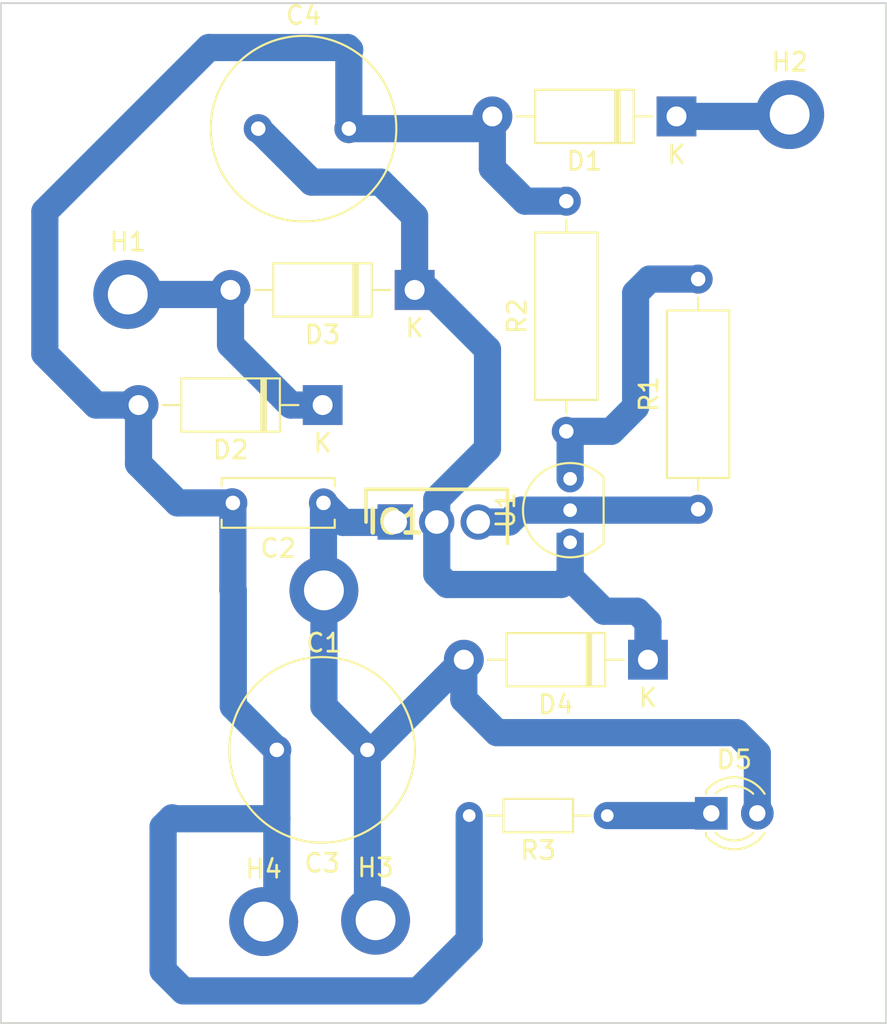
<source format=kicad_pcb>
(kicad_pcb (version 20211014) (generator pcbnew)
  (layers (0 "F.Cu" signal) (31 "B.Cu" signal) (34 "B.Paste" user) (35 "F.Paste" user) (36 "B.SilkS" user "B.Silkscreen") (37 "F.SilkS" user "F.Silkscreen") (38 "B.Mask" user) (39 "F.Mask" user) (44 "Edge.Cuts" user))
  (net 0 "")
  (net 1 "GND")
  (net 2 "Net-(C4-Pad1)")
  (net 3 "Net-(IC1-Pad3)")
  (net 4 "Net-(R1-Pad2)")
  (net 5 "Net-(C1-Pad1)")
  (net 6 "Net-(D1-Pad1)")
  (net 7 "Net-(D2-Pad1)")
  (net 8 "Net-(D5-Pad1)")
  (footprint "LED_THT:LED_D3.0mm" (layer "F.Cu") (at 150.975 119.65)
    (fp_text reference "D5" (at 1.27 -2.96) (layer "F.SilkS"))
    (fp_text value "LED")
    (fp_line (start -0.29 -1.236) (end -0.29 -1.08) (layer "F.SilkS") (width 0.12))
    (fp_line (start -0.29 1.08) (end -0.29 1.236) (layer "F.SilkS") (width 0.12))
    (fp_arc (start 2.31113 1.079837) (mid 1.270117 1.5) (end 0.229039 1.08) (layer "F.SilkS") (width 0.12))
    (fp_arc (start 2.942335 1.078608) (mid 1.366487 1.987659) (end -0.29 1.235516) (layer "F.SilkS") (width 0.12))
    (fp_arc (start 0.229039 -1.08) (mid 1.270117 -1.5) (end 2.31113 -1.079837) (layer "F.SilkS") (width 0.12))
    (fp_arc (start -0.29 -1.235516) (mid 1.366487 -1.987659) (end 2.942335 -1.078608) (layer "F.SilkS") (width 0.12))
    (pad "1" thru_hole rect (at 0 0) (size 1.8 1.8) (drill 0.9) (layers *.Cu *.Mask) (net 8 "Net-(D5-Pad1)"))
    (pad "2" thru_hole circle (at 2.54 0) (size 1.8 1.8) (drill 0.9) (layers *.Cu *.Mask) (net 5 "Net-(C1-Pad1)"))
  )
  (footprint "MountingHole:MountingHole_2.2mm_M2_DIN965_Pad" (layer "F.Cu") (at 132.45 125.55)
    (fp_text reference "H3" (at 0 -2.9) (layer "F.SilkS"))
    (fp_text value "+ 5 Volts")
    (pad "1" thru_hole circle (at 0 0) (size 3.8 3.8) (drill 2.2) (layers *.Cu *.Mask) (net 5 "Net-(C1-Pad1)"))
  )
  (footprint "Capacitor_THT:C_Radial_D10.0mm_H16.0mm_P5.00mm" (layer "F.Cu") (at 132 116.15 180)
    (fp_text reference "C3" (at 2.5 -6.25) (layer "F.SilkS"))
    (fp_text value "470uF 16v")
    (fp_circle (center 2.5 0) (end 7.62 0) (layer "F.SilkS") (width 0.12) (fill none))
    (pad "1" thru_hole circle (at 0 0 180) (size 1.6 1.6) (drill 0.8) (layers *.Cu *.Mask) (net 5 "Net-(C1-Pad1)"))
    (pad "2" thru_hole circle (at 5 0 180) (size 1.6 1.6) (drill 0.8) (layers *.Cu *.Mask) (net 1 "GND"))
  )
  (footprint "Diode_THT:D_DO-41_SOD81_P10.16mm_Horizontal" (layer "F.Cu") (at 147.48 111.175 180)
    (fp_text reference "D4" (at 5.08 -2.47) (layer "F.SilkS"))
    (fp_text value "IN4004")
    (fp_text user "K" (at 0 -2.1) (layer "F.SilkS"))
    (fp_line (start 3.26 -1.47) (end 3.26 1.47) (layer "F.SilkS") (width 0.12))
    (fp_line (start 2.36 1.47) (end 7.8 1.47) (layer "F.SilkS") (width 0.12))
    (fp_line (start 8.82 0) (end 7.8 0) (layer "F.SilkS") (width 0.12))
    (fp_line (start 7.8 -1.47) (end 2.36 -1.47) (layer "F.SilkS") (width 0.12))
    (fp_line (start 3.38 -1.47) (end 3.38 1.47) (layer "F.SilkS") (width 0.12))
    (fp_line (start 1.34 0) (end 2.36 0) (layer "F.SilkS") (width 0.12))
    (fp_line (start 2.36 -1.47) (end 2.36 1.47) (layer "F.SilkS") (width 0.12))
    (fp_line (start 3.14 -1.47) (end 3.14 1.47) (layer "F.SilkS") (width 0.12))
    (fp_line (start 7.8 1.47) (end 7.8 -1.47) (layer "F.SilkS") (width 0.12))
    (pad "1" thru_hole rect (at 0 0 180) (size 2.2 2.2) (drill 1.1) (layers *.Cu *.Mask) (net 2 "Net-(C4-Pad1)"))
    (pad "2" thru_hole oval (at 10.16 0 180) (size 2.2 2.2) (drill 1.1) (layers *.Cu *.Mask) (net 5 "Net-(C1-Pad1)"))
  )
  (footprint "Package_TO_SOT_THT:TO-92_Inline" (layer "F.Cu") (at 143.185 104.195 90)
    (fp_text reference "U1" (at 1.27 -3.56 90) (layer "F.SilkS"))
    (fp_text value "LR8N3-G")
    (fp_line (start -0.53 1.85) (end 3.07 1.85) (layer "F.SilkS") (width 0.12))
    (fp_arc (start 1.27 -2.6) (mid 3.672087 -0.994977) (end 3.108478 1.838478) (layer "F.SilkS") (width 0.12))
    (fp_arc (start -0.568478 1.838478) (mid -1.132087 -0.994977) (end 1.27 -2.6) (layer "F.SilkS") (width 0.12))
    (pad "1" thru_hole rect (at -0.5 0 90) (size 1.05 1.5) (drill 0.75) (layers *.Cu *.Mask) (net 2 "Net-(C4-Pad1)"))
    (pad "2" thru_hole oval (at 1.27 0 90) (size 1.05 1.5) (drill 0.75) (layers *.Cu *.Mask) (net 3 "Net-(IC1-Pad3)"))
    (pad "3" thru_hole oval (at 3 0 90) (size 1.05 1.5) (drill 0.75) (layers *.Cu *.Mask) (net 4 "Net-(R1-Pad2)"))
  )
  (footprint "MountingHole:MountingHole_2.2mm_M2_DIN965_Pad" (layer "F.Cu") (at 126.275 125.625)
    (fp_text reference "H4" (at 0 -2.9) (layer "F.SilkS"))
    (fp_text value "GND")
    (pad "1" thru_hole circle (at 0 0) (size 3.8 3.8) (drill 2.2) (layers *.Cu *.Mask) (net 1 "GND"))
  )
  (footprint "Diode_THT:D_DO-41_SOD81_P10.16mm_Horizontal" (layer "F.Cu") (at 149.055 81.2 180)
    (fp_text reference "D1" (at 5.08 -2.47) (layer "F.SilkS"))
    (fp_text value "D")
    (fp_text user "K" (at 0 -2.1) (layer "F.SilkS"))
    (fp_line (start 7.8 -1.47) (end 2.36 -1.47) (layer "F.SilkS") (width 0.12))
    (fp_line (start 8.82 0) (end 7.8 0) (layer "F.SilkS") (width 0.12))
    (fp_line (start 2.36 -1.47) (end 2.36 1.47) (layer "F.SilkS") (width 0.12))
    (fp_line (start 2.36 1.47) (end 7.8 1.47) (layer "F.SilkS") (width 0.12))
    (fp_line (start 7.8 1.47) (end 7.8 -1.47) (layer "F.SilkS") (width 0.12))
    (fp_line (start 1.34 0) (end 2.36 0) (layer "F.SilkS") (width 0.12))
    (fp_line (start 3.38 -1.47) (end 3.38 1.47) (layer "F.SilkS") (width 0.12))
    (fp_line (start 3.26 -1.47) (end 3.26 1.47) (layer "F.SilkS") (width 0.12))
    (fp_line (start 3.14 -1.47) (end 3.14 1.47) (layer "F.SilkS") (width 0.12))
    (pad "1" thru_hole rect (at 0 0 180) (size 2.2 2.2) (drill 1.1) (layers *.Cu *.Mask) (net 6 "Net-(D1-Pad1)"))
    (pad "2" thru_hole oval (at 10.16 0 180) (size 2.2 2.2) (drill 1.1) (layers *.Cu *.Mask) (net 1 "GND"))
  )
  (footprint "Diode_THT:D_DO-41_SOD81_P10.16mm_Horizontal" (layer "F.Cu") (at 134.605 90.775 180)
    (fp_text reference "D3" (at 5.08 -2.47) (layer "F.SilkS"))
    (fp_text value "D")
    (fp_text user "K" (at 0 -2.1) (layer "F.SilkS"))
    (fp_line (start 2.36 -1.47) (end 2.36 1.47) (layer "F.SilkS") (width 0.12))
    (fp_line (start 1.34 0) (end 2.36 0) (layer "F.SilkS") (width 0.12))
    (fp_line (start 8.82 0) (end 7.8 0) (layer "F.SilkS") (width 0.12))
    (fp_line (start 3.26 -1.47) (end 3.26 1.47) (layer "F.SilkS") (width 0.12))
    (fp_line (start 2.36 1.47) (end 7.8 1.47) (layer "F.SilkS") (width 0.12))
    (fp_line (start 3.38 -1.47) (end 3.38 1.47) (layer "F.SilkS") (width 0.12))
    (fp_line (start 3.14 -1.47) (end 3.14 1.47) (layer "F.SilkS") (width 0.12))
    (fp_line (start 7.8 -1.47) (end 2.36 -1.47) (layer "F.SilkS") (width 0.12))
    (fp_line (start 7.8 1.47) (end 7.8 -1.47) (layer "F.SilkS") (width 0.12))
    (pad "1" thru_hole rect (at 0 0 180) (size 2.2 2.2) (drill 1.1) (layers *.Cu *.Mask) (net 2 "Net-(C4-Pad1)"))
    (pad "2" thru_hole oval (at 10.16 0 180) (size 2.2 2.2) (drill 1.1) (layers *.Cu *.Mask) (net 7 "Net-(D2-Pad1)"))
  )
  (footprint "MountingHole:MountingHole_2.2mm_M2_DIN965_Pad" (layer "F.Cu") (at 118.775 91.025)
    (fp_text reference "H1" (at 0 -2.9) (layer "F.SilkS"))
    (fp_text value "Source +")
    (pad "1" thru_hole circle (at 0 0) (size 3.8 3.8) (drill 2.2) (layers *.Cu *.Mask) (net 7 "Net-(D2-Pad1)"))
  )
  (footprint "Resistor_THT:R_Axial_DIN0204_L3.6mm_D1.6mm_P7.62mm_Horizontal" (layer "F.Cu") (at 145.235 119.775 180)
    (fp_text reference "R3" (at 3.81 -1.92) (layer "F.SilkS"))
    (fp_text value "R")
    (fp_line (start 6.68 0) (end 5.73 0) (layer "F.SilkS") (width 0.12))
    (fp_line (start 5.73 -0.92) (end 1.89 -0.92) (layer "F.SilkS") (width 0.12))
    (fp_line (start 1.89 0.92) (end 5.73 0.92) (layer "F.SilkS") (width 0.12))
    (fp_line (start 0.94 0) (end 1.89 0) (layer "F.SilkS") (width 0.12))
    (fp_line (start 5.73 0.92) (end 5.73 -0.92) (layer "F.SilkS") (width 0.12))
    (fp_line (start 1.89 -0.92) (end 1.89 0.92) (layer "F.SilkS") (width 0.12))
    (pad "1" thru_hole circle (at 0 0 180) (size 1.4 1.4) (drill 0.7) (layers *.Cu *.Mask) (net 8 "Net-(D5-Pad1)"))
    (pad "2" thru_hole oval (at 7.62 0 180) (size 1.4 1.4) (drill 0.7) (layers *.Cu *.Mask) (net 1 "GND"))
  )
  (footprint "Diode_THT:D_DO-41_SOD81_P10.16mm_Horizontal" (layer "F.Cu") (at 129.53 97.125 180)
    (fp_text reference "D2" (at 5.08 -2.47) (layer "F.SilkS"))
    (fp_text value "D")
    (fp_text user "K" (at 0 -2.1) (layer "F.SilkS"))
    (fp_line (start 2.36 -1.47) (end 2.36 1.47) (layer "F.SilkS") (width 0.12))
    (fp_line (start 2.36 1.47) (end 7.8 1.47) (layer "F.SilkS") (width 0.12))
    (fp_line (start 8.82 0) (end 7.8 0) (layer "F.SilkS") (width 0.12))
    (fp_line (start 7.8 1.47) (end 7.8 -1.47) (layer "F.SilkS") (width 0.12))
    (fp_line (start 3.26 -1.47) (end 3.26 1.47) (layer "F.SilkS") (width 0.12))
    (fp_line (start 7.8 -1.47) (end 2.36 -1.47) (layer "F.SilkS") (width 0.12))
    (fp_line (start 3.38 -1.47) (end 3.38 1.47) (layer "F.SilkS") (width 0.12))
    (fp_line (start 1.34 0) (end 2.36 0) (layer "F.SilkS") (width 0.12))
    (fp_line (start 3.14 -1.47) (end 3.14 1.47) (layer "F.SilkS") (width 0.12))
    (pad "1" thru_hole rect (at 0 0 180) (size 2.2 2.2) (drill 1.1) (layers *.Cu *.Mask) (net 7 "Net-(D2-Pad1)"))
    (pad "2" thru_hole oval (at 10.16 0 180) (size 2.2 2.2) (drill 1.1) (layers *.Cu *.Mask) (net 1 "GND"))
  )
  (footprint "Resistor_THT:R_Axial_DIN0309_L9.0mm_D3.2mm_P12.70mm_Horizontal" (layer "F.Cu") (at 150.25 102.875 90)
    (fp_text reference "R1" (at 6.35 -2.72 90) (layer "F.SilkS"))
    (fp_text value "4k3 1 %")
    (fp_line (start 1.04 0) (end 1.73 0) (layer "F.SilkS") (width 0.12))
    (fp_line (start 1.73 1.72) (end 10.97 1.72) (layer "F.SilkS") (width 0.12))
    (fp_line (start 10.97 1.72) (end 10.97 -1.72) (layer "F.SilkS") (width 0.12))
    (fp_line (start 1.73 -1.72) (end 1.73 1.72) (layer "F.SilkS") (width 0.12))
    (fp_line (start 11.66 0) (end 10.97 0) (layer "F.SilkS") (width 0.12))
    (fp_line (start 10.97 -1.72) (end 1.73 -1.72) (layer "F.SilkS") (width 0.12))
    (pad "1" thru_hole circle (at 0 0 90) (size 1.6 1.6) (drill 0.8) (layers *.Cu *.Mask) (net 3 "Net-(IC1-Pad3)"))
    (pad "2" thru_hole oval (at 12.7 0 90) (size 1.6 1.6) (drill 0.8) (layers *.Cu *.Mask) (net 4 "Net-(R1-Pad2)"))
  )
  (footprint "ME340G:TO229P300X760X1364-3P" (layer "F.Cu") (at 133.535 103.58)
    (fp_text reference "IC1" (at 0 0) (layer "F.SilkS") (effects (font (size 1.27 1.27) (thickness 0.254))))
    (fp_text value "MJE340G" hide)
    (fp_line (start 6.19 1.195) (end 6.19 -1.805) (layer "F.SilkS") (width 0.2))
    (fp_line (start 6.19 -1.805) (end -1.61 -1.805) (layer "F.SilkS") (width 0.2))
    (fp_line (start -1.61 -1.805) (end -1.61 0) (layer "F.SilkS") (width 0.2))
    (pad "1" thru_hole rect locked (at 0 0) (size 1.95 1.95) (drill 1.3) (layers *.Cu *.Mask) (net 5 "Net-(C1-Pad1)"))
    (pad "2" thru_hole circle locked (at 2.29 0) (size 1.95 1.95) (drill 1.3) (layers *.Cu *.Mask) (net 2 "Net-(C4-Pad1)"))
    (pad "3" thru_hole circle locked (at 4.58 0) (size 1.95 1.95) (drill 1.3) (layers *.Cu *.Mask) (net 3 "Net-(IC1-Pad3)"))
  )
  (footprint "MountingHole:MountingHole_2.2mm_M2_DIN965_Pad" (layer "F.Cu") (at 129.6 107.35 180)
    (fp_text reference "C1" (at 0 -2.9 180) (layer "F.SilkS"))
    (fp_text value "100n")
    (pad "1" thru_hole circle (at 0 0 180) (size 3.8 3.8) (drill 2.2) (layers *.Cu *.Mask) (net 5 "Net-(C1-Pad1)"))
  )
  (footprint "MountingHole:MountingHole_2.2mm_M2_DIN965_Pad" (layer "F.Cu") (at 155.3 81.1)
    (fp_text reference "H2" (at 0 -2.9) (layer "F.SilkS"))
    (fp_text value "Source -")
    (pad "1" thru_hole circle (at 0 0) (size 3.8 3.8) (drill 2.2) (layers *.Cu *.Mask) (net 6 "Net-(D1-Pad1)"))
  )
  (footprint "Capacitor_THT:C_Radial_D10.0mm_H12.5mm_P5.00mm" (layer "F.Cu") (at 125.975 81.875)
    (fp_text reference "C4" (at 2.5 -6.25) (layer "F.SilkS"))
    (fp_text value "2.2uF 450v")
    (fp_circle (center 2.5 0) (end 7.62 0) (layer "F.SilkS") (width 0.12) (fill none))
    (pad "1" thru_hole circle (at 0 0) (size 1.6 1.6) (drill 0.8) (layers *.Cu *.Mask) (net 2 "Net-(C4-Pad1)"))
    (pad "2" thru_hole circle (at 5 0) (size 1.6 1.6) (drill 0.8) (layers *.Cu *.Mask) (net 1 "GND"))
  )
  (footprint "Resistor_THT:R_Axial_DIN0309_L9.0mm_D3.2mm_P12.70mm_Horizontal" (layer "F.Cu") (at 142.975 98.575 90)
    (fp_text reference "R2" (at 6.35 -2.72 90) (layer "F.SilkS"))
    (fp_text value "15k 1 %")
    (fp_line (start 10.97 -1.72) (end 1.73 -1.72) (layer "F.SilkS") (width 0.12))
    (fp_line (start 11.66 0) (end 10.97 0) (layer "F.SilkS") (width 0.12))
    (fp_line (start 1.73 1.72) (end 10.97 1.72) (layer "F.SilkS") (width 0.12))
    (fp_line (start 1.73 -1.72) (end 1.73 1.72) (layer "F.SilkS") (width 0.12))
    (fp_line (start 1.04 0) (end 1.73 0) (layer "F.SilkS") (width 0.12))
    (fp_line (start 10.97 1.72) (end 10.97 -1.72) (layer "F.SilkS") (width 0.12))
    (pad "1" thru_hole circle (at 0 0 90) (size 1.6 1.6) (drill 0.8) (layers *.Cu *.Mask) (net 4 "Net-(R1-Pad2)"))
    (pad "2" thru_hole oval (at 12.7 0 90) (size 1.6 1.6) (drill 0.8) (layers *.Cu *.Mask) (net 1 "GND"))
  )
  (footprint "Capacitor_THT:C_Disc_D6.0mm_W2.5mm_P5.00mm" (layer "F.Cu") (at 129.575 102.525 180)
    (fp_text reference "C2" (at 2.5 -2.5) (layer "F.SilkS"))
    (fp_text value "100n")
    (fp_line (start -0.62 0.925) (end -0.62 1.37) (layer "F.SilkS") (width 0.12))
    (fp_line (start 5.62 -1.37) (end 5.62 -0.925) (layer "F.SilkS") (width 0.12))
    (fp_line (start -0.62 1.37) (end 5.62 1.37) (layer "F.SilkS") (width 0.12))
    (fp_line (start -0.62 -1.37) (end 5.62 -1.37) (layer "F.SilkS") (width 0.12))
    (fp_line (start 5.62 0.925) (end 5.62 1.37) (layer "F.SilkS") (width 0.12))
    (fp_line (start -0.62 -1.37) (end -0.62 -0.925) (layer "F.SilkS") (width 0.12))
    (pad "1" thru_hole circle (at 0 0 180) (size 1.6 1.6) (drill 0.8) (layers *.Cu *.Mask) (net 5 "Net-(C1-Pad1)"))
    (pad "2" thru_hole circle (at 5 0 180) (size 1.6 1.6) (drill 0.8) (layers *.Cu *.Mask) (net 1 "GND"))
  )
  (gr_rect (start 111.775 74.95) (end 160.625 131.225) (layer "Edge.Cuts") (width 0.1) (fill none))
  (segment (start 127 124.9) (end 126.275 125.625) (width 1.5) (layer "B.Cu") (net 1))
  (segment (start 123.25 77.4) (end 114.2 86.45) (width 1.5) (layer "B.Cu") (net 1))
  (segment (start 114.2 94.3) (end 117.025 97.125) (width 1.5) (layer "B.Cu") (net 1))
  (segment (start 137.615 126.635) (end 137.615 119.775) (width 1.5) (layer "B.Cu") (net 1))
  (segment (start 120.725 120.4) (end 120.725 128.325) (width 1.5) (layer "B.Cu") (net 1))
  (segment (start 124.6 107.35) (end 124.6 113.75) (width 1.5) (layer "B.Cu") (net 1))
  (segment (start 138.895 84.07) (end 140.7 85.875) (width 1.5) (layer "B.Cu") (net 1))
  (segment (start 120.725 128.325) (end 121.85 129.45) (width 1.5) (layer "B.Cu") (net 1))
  (segment (start 131.025 77.525) (end 130.9 77.4) (width 1.5) (layer "B.Cu") (net 1))
  (segment (start 138.895 81.2) (end 138.895 84.07) (width 1.5) (layer "B.Cu") (net 1))
  (segment (start 121.225 119.9) (end 120.725 120.4) (width 1.5) (layer "B.Cu") (net 1))
  (segment (start 134.8 129.45) (end 137.615 126.635) (width 1.5) (layer "B.Cu") (net 1))
  (segment (start 124.575 102.525) (end 124.575 107.325) (width 1.5) (layer "B.Cu") (net 1))
  (segment (start 127 119.95) (end 127 124.9) (width 1.5) (layer "B.Cu") (net 1))
  (segment (start 124.6 113.75) (end 127 116.15) (width 1.5) (layer "B.Cu") (net 1))
  (segment (start 117.025 97.125) (end 119.37 97.125) (width 1.5) (layer "B.Cu") (net 1))
  (segment (start 119.37 100.37) (end 121.525 102.525) (width 1.5) (layer "B.Cu") (net 1))
  (segment (start 140.7 85.875) (end 142.975 85.875) (width 1.5) (layer "B.Cu") (net 1))
  (segment (start 121.85 129.45) (end 134.8 129.45) (width 1.5) (layer "B.Cu") (net 1))
  (segment (start 121.525 102.525) (end 124.575 102.525) (width 1.5) (layer "B.Cu") (net 1))
  (segment (start 130.975 81.875) (end 138.22 81.875) (width 1.5) (layer "B.Cu") (net 1))
  (segment (start 119.37 97.125) (end 119.37 100.37) (width 1.5) (layer "B.Cu") (net 1))
  (segment (start 124.575 107.325) (end 124.6 107.35) (width 1.5) (layer "B.Cu") (net 1))
  (segment (start 114.2 86.45) (end 114.2 94.3) (width 1.5) (layer "B.Cu") (net 1))
  (segment (start 138.22 81.875) (end 138.895 81.2) (width 1.5) (layer "B.Cu") (net 1))
  (segment (start 130.975 77.575) (end 131.025 77.525) (width 1.5) (layer "B.Cu") (net 1))
  (segment (start 121.275 119.95) (end 121.225 119.9) (width 1.5) (layer "B.Cu") (net 1))
  (segment (start 124.515 102.465) (end 124.575 102.525) (width 1.5) (layer "B.Cu") (net 1))
  (segment (start 127 116.15) (end 127 119.95) (width 1.5) (layer "B.Cu") (net 1))
  (segment (start 130.9 77.4) (end 123.25 77.4) (width 1.5) (layer "B.Cu") (net 1))
  (segment (start 130.975 81.875) (end 130.975 77.575) (width 1.5) (layer "B.Cu") (net 1))
  (segment (start 127 119.95) (end 121.275 119.95) (width 1.5) (layer "B.Cu") (net 1))
  (segment (start 147.48 109.105) (end 147.48 111.175) (width 1.5) (layer "B.Cu") (net 2))
  (segment (start 146.875 108.5) (end 147.48 109.105) (width 1.5) (layer "B.Cu") (net 2))
  (segment (start 143.185 106.54) (end 143.185 104.695) (width 1.5) (layer "B.Cu") (net 2))
  (segment (start 135.825 106.45) (end 136.4 107.025) (width 1.5) (layer "B.Cu") (net 2))
  (segment (start 138.625 99.525) (end 138.625 94.05) (width 1.5) (layer "B.Cu") (net 2))
  (segment (start 143.185 106.635) (end 145.05 108.5) (width 1.5) (layer "B.Cu") (net 2))
  (segment (start 136.4 107.025) (end 142.7 107.025) (width 1.5) (layer "B.Cu") (net 2))
  (segment (start 143.185 104.695) (end 143.185 106.635) (width 1.5) (layer "B.Cu") (net 2))
  (segment (start 125.975 81.875) (end 128.925 84.825) (width 1.5) (layer "B.Cu") (net 2))
  (segment (start 132.725 84.825) (end 134.605 86.705) (width 1.5) (layer "B.Cu") (net 2))
  (segment (start 135.825 103.58) (end 135.825 102.325) (width 1.5) (layer "B.Cu") (net 2))
  (segment (start 135.825 103.58) (end 135.825 106.45) (width 1.5) (layer "B.Cu") (net 2))
  (segment (start 135.35 90.775) (end 134.605 90.775) (width 1.5) (layer "B.Cu") (net 2))
  (segment (start 134.605 86.705) (end 134.605 90.775) (width 1.5) (layer "B.Cu") (net 2))
  (segment (start 128.925 84.825) (end 132.725 84.825) (width 1.5) (layer "B.Cu") (net 2))
  (segment (start 135.825 102.325) (end 138.625 99.525) (width 1.5) (layer "B.Cu") (net 2))
  (segment (start 145.05 108.5) (end 146.875 108.5) (width 1.5) (layer "B.Cu") (net 2))
  (segment (start 142.7 107.025) (end 143.185 106.54) (width 1.5) (layer "B.Cu") (net 2))
  (segment (start 138.625 94.05) (end 135.35 90.775) (width 1.5) (layer "B.Cu") (net 2))
  (segment (start 143.185 102.925) (end 150.2 102.925) (width 1.5) (layer "B.Cu") (net 3))
  (segment (start 139.82 103.58) (end 140.475 102.925) (width 1.5) (layer "B.Cu") (net 3))
  (segment (start 150.2 102.925) (end 150.25 102.875) (width 1.5) (layer "B.Cu") (net 3))
  (segment (start 138.535 103.58) (end 139.82 103.58) (width 1.5) (layer "B.Cu") (net 3))
  (segment (start 140.475 102.925) (end 143.185 102.925) (width 1.5) (layer "B.Cu") (net 3))
  (segment (start 142.975 98.575) (end 145.45 98.575) (width 1.5) (layer "B.Cu") (net 4))
  (segment (start 145.45 98.575) (end 146.8 97.225) (width 1.5) (layer "B.Cu") (net 4))
  (segment (start 146.8 97.225) (end 146.8 90.95) (width 1.5) (layer "B.Cu") (net 4))
  (segment (start 143.185 98.785) (end 142.975 98.575) (width 1.5) (layer "B.Cu") (net 4))
  (segment (start 143.185 101.195) (end 143.185 98.785) (width 1.5) (layer "B.Cu") (net 4))
  (segment (start 146.8 90.95) (end 147.575 90.175) (width 1.5) (layer "B.Cu") (net 4))
  (segment (start 147.575 90.175) (end 150.25 90.175) (width 1.5) (layer "B.Cu") (net 4))
  (segment (start 139.15 115.2) (end 137.32 113.37) (width 1.5) (layer "B.Cu") (net 5))
  (segment (start 130.65 103.6) (end 133.015 103.6) (width 1.5) (layer "B.Cu") (net 5))
  (segment (start 129.6 107.35) (end 129.6 113.75) (width 1.5) (layer "B.Cu") (net 5))
  (segment (start 129.6 113.75) (end 132 116.15) (width 1.5) (layer "B.Cu") (net 5))
  (segment (start 137.32 113.37) (end 137.32 111.175) (width 1.5) (layer "B.Cu") (net 5))
  (segment (start 132 116.15) (end 132.345 116.15) (width 1.5) (layer "B.Cu") (net 5))
  (segment (start 132.345 116.15) (end 137.32 111.175) (width 1.5) (layer "B.Cu") (net 5))
  (segment (start 132 116.15) (end 132 125.1) (width 1.5) (layer "B.Cu") (net 5))
  (segment (start 129.575 107.325) (end 129.6 107.35) (width 1.5) (layer "B.Cu") (net 5))
  (segment (start 132 125.1) (end 132.45 125.55) (width 1.5) (layer "B.Cu") (net 5))
  (segment (start 153.515 116.34) (end 152.375 115.2) (width 1.5) (layer "B.Cu") (net 5))
  (segment (start 133.015 103.6) (end 133.035 103.58) (width 1.5) (layer "B.Cu") (net 5))
  (segment (start 153.515 119.65) (end 153.515 116.34) (width 1.5) (layer "B.Cu") (net 5))
  (segment (start 129.575 102.525) (end 130.65 103.6) (width 1.5) (layer "B.Cu") (net 5))
  (segment (start 152.375 115.2) (end 139.15 115.2) (width 1.5) (layer "B.Cu") (net 5))
  (segment (start 129.575 102.525) (end 129.575 107.325) (width 1.5) (layer "B.Cu") (net 5))
  (segment (start 155.2 81.2) (end 155.3 81.1) (width 1.5) (layer "B.Cu") (net 6))
  (segment (start 149.055 81.2) (end 155.2 81.2) (width 1.5) (layer "B.Cu") (net 6))
  (segment (start 124.195 91.025) (end 124.445 90.775) (width 1.5) (layer "B.Cu") (net 7))
  (segment (start 127.775 97.125) (end 129.53 97.125) (width 1.5) (layer "B.Cu") (net 7))
  (segment (start 124.445 90.775) (end 124.445 93.795) (width 1.5) (layer "B.Cu") (net 7))
  (segment (start 118.775 91.025) (end 124.195 91.025) (width 1.5) (layer "B.Cu") (net 7))
  (segment (start 124.445 93.795) (end 127.775 97.125) (width 1.5) (layer "B.Cu") (net 7))
  (segment (start 150.85 119.775) (end 150.975 119.65) (width 1.5) (layer "B.Cu") (net 8))
  (segment (start 145.235 119.775) (end 150.85 119.775) (width 1.5) (layer "B.Cu") (net 8))
)
</source>
